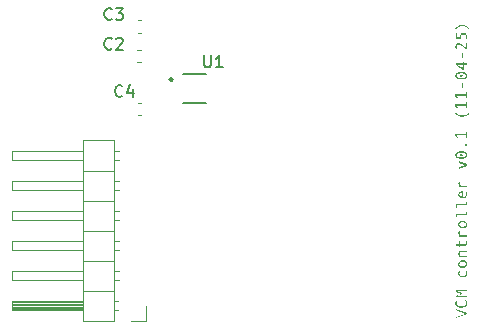
<source format=gbr>
%TF.GenerationSoftware,KiCad,Pcbnew,9.0.1+dfsg-1*%
%TF.CreationDate,2025-04-15T12:44:37+02:00*%
%TF.ProjectId,VCM-addon-pcb,56434d2d-6164-4646-9f6e-2d7063622e6b,rev?*%
%TF.SameCoordinates,Original*%
%TF.FileFunction,Legend,Top*%
%TF.FilePolarity,Positive*%
%FSLAX46Y46*%
G04 Gerber Fmt 4.6, Leading zero omitted, Abs format (unit mm)*
G04 Created by KiCad (PCBNEW 9.0.1+dfsg-1) date 2025-04-15 12:44:37*
%MOMM*%
%LPD*%
G01*
G04 APERTURE LIST*
%ADD10C,0.200000*%
%ADD11C,0.150000*%
%ADD12C,0.120000*%
%ADD13C,0.250000*%
G04 APERTURE END LIST*
D10*
G36*
X164035844Y-128420403D02*
G01*
X165005000Y-128735964D01*
X165005000Y-128873351D01*
X164035844Y-129189523D01*
X164035844Y-129067951D01*
X164860408Y-128804963D01*
X164035844Y-128540631D01*
X164035844Y-128420403D01*
G37*
G36*
X164945221Y-127649816D02*
G01*
X164977899Y-127708900D01*
X165001366Y-127772296D01*
X165015714Y-127840756D01*
X165020631Y-127915186D01*
X165014967Y-127990215D01*
X164998862Y-128054775D01*
X164973113Y-128110625D01*
X164937761Y-128159137D01*
X164892098Y-128201195D01*
X164840706Y-128234000D01*
X164779583Y-128260821D01*
X164707158Y-128281207D01*
X164621585Y-128294328D01*
X164520788Y-128299014D01*
X164401781Y-128292141D01*
X164302902Y-128273021D01*
X164220948Y-128243392D01*
X164153203Y-128204248D01*
X164106101Y-128163192D01*
X164069590Y-128115013D01*
X164042908Y-128058731D01*
X164026140Y-127992793D01*
X164020212Y-127915186D01*
X164024506Y-127845700D01*
X164037431Y-127776700D01*
X164058567Y-127712217D01*
X164083960Y-127664837D01*
X164177383Y-127703122D01*
X164146516Y-127770152D01*
X164128052Y-127840491D01*
X164121817Y-127915186D01*
X164128321Y-127979513D01*
X164146627Y-128032259D01*
X164176063Y-128075870D01*
X164217500Y-128111863D01*
X164265505Y-128137302D01*
X164329371Y-128157542D01*
X164412974Y-128171200D01*
X164520788Y-128176282D01*
X164630455Y-128170506D01*
X164716194Y-128154881D01*
X164782377Y-128131493D01*
X164832741Y-128101700D01*
X164870231Y-128066008D01*
X164896802Y-128024010D01*
X164913231Y-127974424D01*
X164919026Y-127915247D01*
X164912019Y-127842912D01*
X164890215Y-127766969D01*
X164851737Y-127686086D01*
X164945221Y-127649816D01*
G37*
G36*
X165005000Y-126812430D02*
G01*
X165005000Y-126924232D01*
X164174574Y-126922278D01*
X164575132Y-127066442D01*
X164575132Y-127175008D01*
X164174574Y-127319173D01*
X165005000Y-127317219D01*
X165005000Y-127429082D01*
X164035844Y-127429082D01*
X164035844Y-127280277D01*
X164473161Y-127120420D01*
X164035844Y-126961174D01*
X164035844Y-126812430D01*
X165005000Y-126812430D01*
G37*
G36*
X164976789Y-125171240D02*
G01*
X165000960Y-125235639D01*
X165015633Y-125304199D01*
X165020631Y-125377747D01*
X165013712Y-125461059D01*
X164994026Y-125532405D01*
X164962403Y-125593943D01*
X164918599Y-125647269D01*
X164864718Y-125690445D01*
X164802698Y-125721647D01*
X164730969Y-125741073D01*
X164647428Y-125747897D01*
X164563928Y-125741035D01*
X164492215Y-125721493D01*
X164430179Y-125690088D01*
X164376257Y-125646598D01*
X164332247Y-125592916D01*
X164300640Y-125531730D01*
X164281070Y-125461585D01*
X164274225Y-125380495D01*
X164277816Y-125309324D01*
X164288478Y-125240556D01*
X164306160Y-125173804D01*
X164403674Y-125202991D01*
X164379270Y-125299617D01*
X164371922Y-125379091D01*
X164376935Y-125436425D01*
X164391201Y-125485357D01*
X164414177Y-125527461D01*
X164446172Y-125563860D01*
X164484990Y-125592702D01*
X164530600Y-125613865D01*
X164584309Y-125627212D01*
X164647794Y-125631943D01*
X164705151Y-125627305D01*
X164756224Y-125613901D01*
X164802119Y-125592051D01*
X164843677Y-125561479D01*
X164878312Y-125523604D01*
X164902782Y-125481062D01*
X164917741Y-125432907D01*
X164922934Y-125377747D01*
X164919131Y-125318426D01*
X164907403Y-125256188D01*
X164887091Y-125190474D01*
X164976789Y-125171240D01*
G37*
G36*
X164729982Y-124291206D02*
G01*
X164801958Y-124308272D01*
X164863968Y-124335436D01*
X164917561Y-124372505D01*
X164962436Y-124419627D01*
X164994249Y-124473498D01*
X165013802Y-124535465D01*
X165020631Y-124607527D01*
X165013801Y-124680006D01*
X164994271Y-124742159D01*
X164962548Y-124796024D01*
X164917866Y-124842978D01*
X164864484Y-124879812D01*
X164802519Y-124906848D01*
X164730384Y-124923860D01*
X164646085Y-124929867D01*
X164562488Y-124923845D01*
X164490914Y-124906781D01*
X164429381Y-124879638D01*
X164376318Y-124842611D01*
X164331912Y-124795521D01*
X164300392Y-124741652D01*
X164281001Y-124679651D01*
X164274225Y-124607527D01*
X164371922Y-124607527D01*
X164376934Y-124654808D01*
X164391289Y-124695029D01*
X164414821Y-124729709D01*
X164448492Y-124759752D01*
X164502039Y-124788805D01*
X164567517Y-124807279D01*
X164647794Y-124813913D01*
X164723904Y-124807377D01*
X164788502Y-124788834D01*
X164843738Y-124759080D01*
X164878813Y-124728552D01*
X164903118Y-124693777D01*
X164917828Y-124653920D01*
X164922934Y-124607527D01*
X164917801Y-124561558D01*
X164902965Y-124521815D01*
X164878353Y-124486887D01*
X164842700Y-124455975D01*
X164786831Y-124425694D01*
X164722512Y-124406966D01*
X164647794Y-124400409D01*
X164568933Y-124407064D01*
X164503692Y-124425725D01*
X164449469Y-124455303D01*
X164415261Y-124485697D01*
X164391440Y-124520519D01*
X164376962Y-124560638D01*
X164371922Y-124607527D01*
X164274225Y-124607527D01*
X164281021Y-124535426D01*
X164300474Y-124473446D01*
X164332104Y-124419588D01*
X164376685Y-124372505D01*
X164429937Y-124335409D01*
X164491498Y-124308249D01*
X164562901Y-124291198D01*
X164646085Y-124285188D01*
X164729982Y-124291206D01*
G37*
G36*
X165005000Y-123490361D02*
G01*
X165005000Y-123600819D01*
X164549303Y-123600819D01*
X164486965Y-123604924D01*
X164443360Y-123615528D01*
X164413749Y-123630739D01*
X164391075Y-123653634D01*
X164377022Y-123684064D01*
X164371922Y-123724528D01*
X164378077Y-123769121D01*
X164397819Y-123817555D01*
X164434265Y-123871471D01*
X164491906Y-123932318D01*
X165005000Y-123932318D01*
X165005000Y-124042838D01*
X164289856Y-124042838D01*
X164289856Y-123932318D01*
X164392438Y-123932318D01*
X164338182Y-123872002D01*
X164301934Y-123812589D01*
X164281083Y-123753166D01*
X164274225Y-123692472D01*
X164279434Y-123637631D01*
X164293884Y-123593862D01*
X164316724Y-123558790D01*
X164348372Y-123530872D01*
X164390461Y-123509596D01*
X164445632Y-123495553D01*
X164517308Y-123490361D01*
X165005000Y-123490361D01*
G37*
G36*
X164968974Y-122643998D02*
G01*
X164998265Y-122718032D01*
X165015145Y-122788863D01*
X165020631Y-122857344D01*
X165014385Y-122919049D01*
X164997387Y-122965731D01*
X164970866Y-123000948D01*
X164934101Y-123026810D01*
X164884559Y-123043633D01*
X164818276Y-123049869D01*
X164387554Y-123049869D01*
X164387554Y-123186523D01*
X164289856Y-123186523D01*
X164289856Y-123049869D01*
X164094462Y-123049869D01*
X164094462Y-122942158D01*
X164289856Y-122942158D01*
X164289856Y-122700357D01*
X164387554Y-122700357D01*
X164387554Y-122942158D01*
X164789394Y-122942158D01*
X164831006Y-122938606D01*
X164863196Y-122928929D01*
X164888007Y-122914009D01*
X164907332Y-122893094D01*
X164918895Y-122868051D01*
X164922934Y-122837561D01*
X164918623Y-122780359D01*
X164905498Y-122722465D01*
X164883000Y-122663293D01*
X164968974Y-122643998D01*
G37*
G36*
X164310373Y-121800383D02*
G01*
X164415458Y-121844958D01*
X164393785Y-121914832D01*
X164387554Y-121967568D01*
X164393901Y-122013098D01*
X164413627Y-122058914D01*
X164444509Y-122100961D01*
X164488182Y-122141224D01*
X164532518Y-122173919D01*
X164541915Y-122178777D01*
X165005000Y-122178777D01*
X165005000Y-122288564D01*
X164289856Y-122288564D01*
X164289856Y-122178777D01*
X164428586Y-122178777D01*
X164369193Y-122140732D01*
X164326366Y-122100226D01*
X164297247Y-122057095D01*
X164280051Y-122010580D01*
X164274225Y-121959385D01*
X164278178Y-121906127D01*
X164290110Y-121853300D01*
X164310373Y-121800383D01*
G37*
G36*
X164729982Y-120934332D02*
G01*
X164801958Y-120951398D01*
X164863968Y-120978562D01*
X164917561Y-121015631D01*
X164962436Y-121062753D01*
X164994249Y-121116624D01*
X165013802Y-121178591D01*
X165020631Y-121250654D01*
X165013801Y-121323132D01*
X164994271Y-121385285D01*
X164962548Y-121439150D01*
X164917866Y-121486104D01*
X164864484Y-121522938D01*
X164802519Y-121549975D01*
X164730384Y-121566986D01*
X164646085Y-121572993D01*
X164562488Y-121566971D01*
X164490914Y-121549908D01*
X164429381Y-121522764D01*
X164376318Y-121485737D01*
X164331912Y-121438648D01*
X164300392Y-121384778D01*
X164281001Y-121322778D01*
X164274225Y-121250654D01*
X164371922Y-121250654D01*
X164376934Y-121297934D01*
X164391289Y-121338156D01*
X164414821Y-121372835D01*
X164448492Y-121402878D01*
X164502039Y-121431931D01*
X164567517Y-121450406D01*
X164647794Y-121457039D01*
X164723904Y-121450503D01*
X164788502Y-121431961D01*
X164843738Y-121402206D01*
X164878813Y-121371679D01*
X164903118Y-121336903D01*
X164917828Y-121297046D01*
X164922934Y-121250654D01*
X164917801Y-121204684D01*
X164902965Y-121164941D01*
X164878353Y-121130013D01*
X164842700Y-121099101D01*
X164786831Y-121068820D01*
X164722512Y-121050092D01*
X164647794Y-121043536D01*
X164568933Y-121050190D01*
X164503692Y-121068851D01*
X164449469Y-121098429D01*
X164415261Y-121128823D01*
X164391440Y-121163645D01*
X164376962Y-121203764D01*
X164371922Y-121250654D01*
X164274225Y-121250654D01*
X164281021Y-121178552D01*
X164300474Y-121116572D01*
X164332104Y-121062715D01*
X164376685Y-121015631D01*
X164429937Y-120978535D01*
X164491498Y-120951375D01*
X164562901Y-120934325D01*
X164646085Y-120928314D01*
X164729982Y-120934332D01*
G37*
G36*
X165005000Y-120185389D02*
G01*
X165005000Y-120480312D01*
X164133541Y-120480312D01*
X164133541Y-120666120D01*
X164035844Y-120666120D01*
X164035844Y-120369853D01*
X164907302Y-120369853D01*
X164907302Y-120185389D01*
X165005000Y-120185389D01*
G37*
G36*
X165005000Y-119346170D02*
G01*
X165005000Y-119641093D01*
X164133541Y-119641093D01*
X164133541Y-119826901D01*
X164035844Y-119826901D01*
X164035844Y-119530635D01*
X164907302Y-119530635D01*
X164907302Y-119346170D01*
X165005000Y-119346170D01*
G37*
G36*
X164653290Y-118922287D02*
G01*
X164710583Y-118917676D01*
X164761100Y-118904407D01*
X164806021Y-118882874D01*
X164846242Y-118852861D01*
X164880249Y-118815538D01*
X164903886Y-118775234D01*
X164918082Y-118731227D01*
X164922934Y-118682440D01*
X164919127Y-118618477D01*
X164907403Y-118551447D01*
X164887152Y-118480818D01*
X164976789Y-118461584D01*
X165000600Y-118527023D01*
X165015450Y-118600637D01*
X165020631Y-118683784D01*
X165013836Y-118762056D01*
X164994394Y-118829756D01*
X164962926Y-118888843D01*
X164918965Y-118940727D01*
X164865455Y-118982293D01*
X164803135Y-119012565D01*
X164730306Y-119031542D01*
X164644741Y-119038241D01*
X164560398Y-119032159D01*
X164488649Y-119014974D01*
X164427396Y-118987716D01*
X164374975Y-118950619D01*
X164330751Y-118903408D01*
X164299674Y-118850761D01*
X164280767Y-118791550D01*
X164274225Y-118724084D01*
X164274633Y-118719993D01*
X164371922Y-118719993D01*
X164378098Y-118772363D01*
X164395898Y-118816969D01*
X164425472Y-118855608D01*
X164464014Y-118885778D01*
X164509429Y-118905688D01*
X164563408Y-118915326D01*
X164563408Y-118553907D01*
X164512210Y-118559772D01*
X164467514Y-118576812D01*
X164427793Y-118605259D01*
X164395822Y-118642230D01*
X164377825Y-118680061D01*
X164371922Y-118719993D01*
X164274633Y-118719993D01*
X164280198Y-118664209D01*
X164297623Y-118610594D01*
X164326564Y-118561858D01*
X164368136Y-118517088D01*
X164417110Y-118481733D01*
X164474015Y-118455859D01*
X164540343Y-118439602D01*
X164617997Y-118433862D01*
X164653290Y-118433862D01*
X164653290Y-118922287D01*
G37*
G36*
X164310373Y-117604291D02*
G01*
X164415458Y-117648866D01*
X164393785Y-117718740D01*
X164387554Y-117771475D01*
X164393901Y-117817006D01*
X164413627Y-117862822D01*
X164444509Y-117904869D01*
X164488182Y-117945132D01*
X164532518Y-117977827D01*
X164541915Y-117982684D01*
X165005000Y-117982684D01*
X165005000Y-118092472D01*
X164289856Y-118092472D01*
X164289856Y-117982684D01*
X164428586Y-117982684D01*
X164369193Y-117944640D01*
X164326366Y-117904134D01*
X164297247Y-117861003D01*
X164280051Y-117814487D01*
X164274225Y-117763293D01*
X164278178Y-117710035D01*
X164290110Y-117657208D01*
X164310373Y-117604291D01*
G37*
G36*
X164289856Y-115904422D02*
G01*
X165005000Y-116175715D01*
X165005000Y-116275427D01*
X164289856Y-116545376D01*
X164289856Y-116425026D01*
X164848501Y-116224869D01*
X164289856Y-116024773D01*
X164289856Y-115904422D01*
G37*
G36*
X164548620Y-115279261D02*
G01*
X164574268Y-115289386D01*
X164597419Y-115306454D01*
X164615601Y-115328519D01*
X164626235Y-115352816D01*
X164629842Y-115380216D01*
X164626246Y-115407202D01*
X164615626Y-115431198D01*
X164597419Y-115453061D01*
X164574298Y-115469875D01*
X164548647Y-115479869D01*
X164519628Y-115483286D01*
X164491087Y-115479894D01*
X164466506Y-115470071D01*
X164444951Y-115453672D01*
X164428271Y-115432366D01*
X164418331Y-115408188D01*
X164414909Y-115380216D01*
X164418351Y-115352247D01*
X164428395Y-115327834D01*
X164445317Y-115306088D01*
X164467095Y-115289243D01*
X164491568Y-115279235D01*
X164519628Y-115275802D01*
X164548620Y-115279261D01*
G37*
G36*
X164637876Y-115063725D02*
G01*
X164735895Y-115080013D01*
X164817658Y-115105194D01*
X164885626Y-115138232D01*
X164935084Y-115174280D01*
X164972274Y-115215419D01*
X164998707Y-115262168D01*
X165014961Y-115315645D01*
X165020631Y-115377468D01*
X165015185Y-115437054D01*
X164999489Y-115489297D01*
X164973831Y-115535626D01*
X164937603Y-115577040D01*
X164889351Y-115614017D01*
X164823168Y-115647891D01*
X164741728Y-115673920D01*
X164642070Y-115690909D01*
X164520788Y-115697060D01*
X164403306Y-115691183D01*
X164305067Y-115674824D01*
X164223223Y-115649548D01*
X164155279Y-115616399D01*
X164105748Y-115580200D01*
X164068531Y-115539002D01*
X164042105Y-115492297D01*
X164025870Y-115438984D01*
X164020218Y-115377529D01*
X164121817Y-115377529D01*
X164127870Y-115423686D01*
X164145367Y-115462618D01*
X164174814Y-115496111D01*
X164218599Y-115524869D01*
X164266202Y-115543916D01*
X164329750Y-115559306D01*
X164412971Y-115569760D01*
X164520055Y-115573656D01*
X164628783Y-115569754D01*
X164712680Y-115559317D01*
X164776195Y-115544019D01*
X164823283Y-115525174D01*
X164866472Y-115496646D01*
X164895616Y-115463204D01*
X164912997Y-115424107D01*
X164919026Y-115377529D01*
X164913008Y-115330518D01*
X164895695Y-115291173D01*
X164866741Y-115257642D01*
X164823954Y-115229152D01*
X164777203Y-115210351D01*
X164713777Y-115195050D01*
X164629594Y-115184588D01*
X164520055Y-115180669D01*
X164410083Y-115184600D01*
X164325839Y-115195082D01*
X164262610Y-115210385D01*
X164216217Y-115229152D01*
X164173778Y-115257602D01*
X164145021Y-115291114D01*
X164127805Y-115330472D01*
X164121817Y-115377529D01*
X164020218Y-115377529D01*
X164020212Y-115377468D01*
X164025683Y-115317600D01*
X164041440Y-115265204D01*
X164067178Y-115218828D01*
X164103498Y-115177460D01*
X164151859Y-115140614D01*
X164218171Y-115106863D01*
X164299724Y-115080929D01*
X164399467Y-115064003D01*
X164520788Y-115057876D01*
X164637876Y-115063725D01*
G37*
G36*
X164844776Y-114540997D02*
G01*
X164851048Y-114506770D01*
X164869567Y-114478838D01*
X164897089Y-114460021D01*
X164930689Y-114453681D01*
X164965131Y-114460075D01*
X164994192Y-114479204D01*
X165014039Y-114507425D01*
X165020631Y-114540997D01*
X165014058Y-114573992D01*
X164994192Y-114601875D01*
X164965164Y-114620670D01*
X164930689Y-114626971D01*
X164896534Y-114620672D01*
X164869200Y-114602180D01*
X164850948Y-114574623D01*
X164844776Y-114540997D01*
G37*
G36*
X165005000Y-113419740D02*
G01*
X165005000Y-113930512D01*
X164903394Y-113930512D01*
X164903394Y-113726264D01*
X164160347Y-113726264D01*
X164255907Y-113918911D01*
X164136045Y-113918911D01*
X164031936Y-113709106D01*
X164031936Y-113610310D01*
X164903394Y-113610310D01*
X164903394Y-113419740D01*
X165005000Y-113419740D01*
G37*
G36*
X165147210Y-111781603D02*
G01*
X165209003Y-111825505D01*
X165146708Y-111899587D01*
X165080953Y-111962828D01*
X165011586Y-112016063D01*
X164938321Y-112059918D01*
X164859952Y-112095148D01*
X164780109Y-112120070D01*
X164698270Y-112135013D01*
X164613845Y-112140029D01*
X164528700Y-112135028D01*
X164446588Y-112120166D01*
X164366906Y-112095445D01*
X164289124Y-112060589D01*
X164216447Y-112017080D01*
X164147437Y-111963892D01*
X164081808Y-111900336D01*
X164019419Y-111825505D01*
X164081212Y-111781603D01*
X164160838Y-111860547D01*
X164239155Y-111920024D01*
X164316723Y-111962526D01*
X164400101Y-111991920D01*
X164497856Y-112010644D01*
X164612501Y-112017297D01*
X164731261Y-112010322D01*
X164830913Y-111990828D01*
X164914446Y-111960450D01*
X164992225Y-111916934D01*
X165069662Y-111857979D01*
X165147210Y-111781603D01*
G37*
G36*
X165005000Y-110902084D02*
G01*
X165005000Y-111412857D01*
X164903394Y-111412857D01*
X164903394Y-111208609D01*
X164160347Y-111208609D01*
X164255907Y-111401256D01*
X164136045Y-111401256D01*
X164031936Y-111191451D01*
X164031936Y-111092655D01*
X164903394Y-111092655D01*
X164903394Y-110902084D01*
X165005000Y-110902084D01*
G37*
G36*
X165005000Y-110062866D02*
G01*
X165005000Y-110573639D01*
X164903394Y-110573639D01*
X164903394Y-110369391D01*
X164160347Y-110369391D01*
X164255907Y-110562037D01*
X164136045Y-110562037D01*
X164031936Y-110352233D01*
X164031936Y-110253436D01*
X164903394Y-110253436D01*
X164903394Y-110062866D01*
X165005000Y-110062866D01*
G37*
G36*
X164672829Y-109303576D02*
G01*
X164672829Y-109713232D01*
X164563408Y-109713232D01*
X164563408Y-109303576D01*
X164672829Y-109303576D01*
G37*
G36*
X164548620Y-108565513D02*
G01*
X164574268Y-108575639D01*
X164597419Y-108592707D01*
X164615601Y-108614771D01*
X164626235Y-108639069D01*
X164629842Y-108666468D01*
X164626246Y-108693455D01*
X164615626Y-108717450D01*
X164597419Y-108739314D01*
X164574298Y-108756128D01*
X164548647Y-108766122D01*
X164519628Y-108769539D01*
X164491087Y-108766147D01*
X164466506Y-108756324D01*
X164444951Y-108739924D01*
X164428271Y-108718618D01*
X164418331Y-108694440D01*
X164414909Y-108666468D01*
X164418351Y-108638500D01*
X164428395Y-108614087D01*
X164445317Y-108592341D01*
X164467095Y-108575496D01*
X164491568Y-108565488D01*
X164519628Y-108562055D01*
X164548620Y-108565513D01*
G37*
G36*
X164637876Y-108349978D02*
G01*
X164735895Y-108366265D01*
X164817658Y-108391446D01*
X164885626Y-108424485D01*
X164935084Y-108460533D01*
X164972274Y-108501672D01*
X164998707Y-108548420D01*
X165014961Y-108601897D01*
X165020631Y-108663721D01*
X165015185Y-108723307D01*
X164999489Y-108775550D01*
X164973831Y-108821879D01*
X164937603Y-108863293D01*
X164889351Y-108900270D01*
X164823168Y-108934144D01*
X164741728Y-108960173D01*
X164642070Y-108977161D01*
X164520788Y-108983312D01*
X164403306Y-108977435D01*
X164305067Y-108961077D01*
X164223223Y-108935800D01*
X164155279Y-108902651D01*
X164105748Y-108866452D01*
X164068531Y-108825255D01*
X164042105Y-108778550D01*
X164025870Y-108725237D01*
X164020218Y-108663782D01*
X164121817Y-108663782D01*
X164127870Y-108709939D01*
X164145367Y-108748871D01*
X164174814Y-108782363D01*
X164218599Y-108811121D01*
X164266202Y-108830169D01*
X164329750Y-108845558D01*
X164412971Y-108856013D01*
X164520055Y-108859909D01*
X164628783Y-108856007D01*
X164712680Y-108845570D01*
X164776195Y-108830271D01*
X164823283Y-108811427D01*
X164866472Y-108782899D01*
X164895616Y-108749457D01*
X164912997Y-108710359D01*
X164919026Y-108663782D01*
X164913008Y-108616771D01*
X164895695Y-108577426D01*
X164866741Y-108543894D01*
X164823954Y-108515404D01*
X164777203Y-108496603D01*
X164713777Y-108481302D01*
X164629594Y-108470840D01*
X164520055Y-108466922D01*
X164410083Y-108470853D01*
X164325839Y-108481335D01*
X164262610Y-108496637D01*
X164216217Y-108515404D01*
X164173778Y-108543855D01*
X164145021Y-108577367D01*
X164127805Y-108616725D01*
X164121817Y-108663782D01*
X164020218Y-108663782D01*
X164020212Y-108663721D01*
X164025683Y-108603853D01*
X164041440Y-108551457D01*
X164067178Y-108505081D01*
X164103498Y-108463712D01*
X164151859Y-108426866D01*
X164218171Y-108393116D01*
X164299724Y-108367181D01*
X164399467Y-108350256D01*
X164520788Y-108344129D01*
X164637876Y-108349978D01*
G37*
G36*
X164782250Y-107626482D02*
G01*
X165005000Y-107626482D01*
X165005000Y-107742437D01*
X164782250Y-107742437D01*
X164782250Y-108161863D01*
X164694323Y-108161863D01*
X164035844Y-107780539D01*
X164035844Y-107742437D01*
X164155828Y-107742437D01*
X164680645Y-108043161D01*
X164680645Y-107742437D01*
X164155828Y-107742437D01*
X164035844Y-107742437D01*
X164035844Y-107626482D01*
X164680645Y-107626482D01*
X164680645Y-107507658D01*
X164782250Y-107507658D01*
X164782250Y-107626482D01*
G37*
G36*
X164672829Y-106785921D02*
G01*
X164672829Y-107195577D01*
X164563408Y-107195577D01*
X164563408Y-106785921D01*
X164672829Y-106785921D01*
G37*
G36*
X165005000Y-105892053D02*
G01*
X165005000Y-106426090D01*
X164921041Y-106426090D01*
X164713248Y-106242413D01*
X164619584Y-106164078D01*
X164540877Y-106109360D01*
X164459666Y-106066625D01*
X164402979Y-106045531D01*
X164347657Y-106033231D01*
X164293154Y-106029195D01*
X164242131Y-106034969D01*
X164201055Y-106051197D01*
X164167674Y-106077494D01*
X164143056Y-106112300D01*
X164127464Y-106156580D01*
X164121817Y-106213049D01*
X164125697Y-106257433D01*
X164139192Y-106317199D01*
X164165537Y-106396292D01*
X164063932Y-106412657D01*
X164039599Y-106341616D01*
X164025075Y-106269133D01*
X164020212Y-106194609D01*
X164025201Y-106130235D01*
X164039395Y-106074848D01*
X164062128Y-106026908D01*
X164093424Y-105985232D01*
X164132506Y-105950841D01*
X164177266Y-105926250D01*
X164228823Y-105911051D01*
X164288757Y-105905730D01*
X164345940Y-105910154D01*
X164403278Y-105923576D01*
X164461376Y-105946519D01*
X164544527Y-105992610D01*
X164625446Y-106050933D01*
X164718209Y-106129832D01*
X164903394Y-106295359D01*
X164903394Y-105892053D01*
X165005000Y-105892053D01*
G37*
G36*
X164422969Y-105426526D02*
G01*
X164413973Y-105382021D01*
X164411001Y-105337622D01*
X164416735Y-105269836D01*
X164433008Y-105212191D01*
X164459109Y-105162820D01*
X164495265Y-105120368D01*
X164539659Y-105085646D01*
X164588773Y-105060930D01*
X164643546Y-105045797D01*
X164705252Y-105040561D01*
X164769411Y-105046500D01*
X164827265Y-105063827D01*
X164880126Y-105092497D01*
X164928918Y-105133374D01*
X164969229Y-105182589D01*
X164997577Y-105235996D01*
X165014742Y-105294526D01*
X165020631Y-105359481D01*
X165015741Y-105443386D01*
X165002055Y-105514044D01*
X164980697Y-105573499D01*
X164879214Y-105550113D01*
X164901472Y-105486027D01*
X164914648Y-105421744D01*
X164919026Y-105356734D01*
X164912478Y-105300949D01*
X164893812Y-105254675D01*
X164863094Y-105215744D01*
X164822660Y-105186816D01*
X164771443Y-105168551D01*
X164706352Y-105161950D01*
X164644826Y-105168214D01*
X164597061Y-105185453D01*
X164559928Y-105212630D01*
X164531737Y-105249145D01*
X164514661Y-105291997D01*
X164508698Y-105343056D01*
X164514509Y-105400813D01*
X164532329Y-105459255D01*
X164500027Y-105528070D01*
X164035844Y-105528070D01*
X164035844Y-105083548D01*
X164137449Y-105083548D01*
X164137449Y-105426526D01*
X164422969Y-105426526D01*
G37*
G36*
X164019419Y-104659359D02*
G01*
X164081773Y-104584867D01*
X164147389Y-104521522D01*
X164216412Y-104468440D01*
X164289124Y-104424947D01*
X164366909Y-104390064D01*
X164446591Y-104365323D01*
X164528702Y-104350450D01*
X164613845Y-104345446D01*
X164698280Y-104350445D01*
X164780125Y-104365333D01*
X164859965Y-104390161D01*
X164938321Y-104425252D01*
X165011571Y-104468943D01*
X165080932Y-104522066D01*
X165146691Y-104585257D01*
X165209003Y-104659359D01*
X165147210Y-104703872D01*
X165068409Y-104625205D01*
X164989861Y-104565722D01*
X164911027Y-104523072D01*
X164826297Y-104493600D01*
X164727584Y-104474875D01*
X164612501Y-104468239D01*
X164521418Y-104472216D01*
X164441927Y-104483484D01*
X164372629Y-104501207D01*
X164312266Y-104524781D01*
X164235635Y-104567989D01*
X164158774Y-104626973D01*
X164081212Y-104703872D01*
X164019419Y-104659359D01*
G37*
D11*
X135833333Y-110359580D02*
X135785714Y-110407200D01*
X135785714Y-110407200D02*
X135642857Y-110454819D01*
X135642857Y-110454819D02*
X135547619Y-110454819D01*
X135547619Y-110454819D02*
X135404762Y-110407200D01*
X135404762Y-110407200D02*
X135309524Y-110311961D01*
X135309524Y-110311961D02*
X135261905Y-110216723D01*
X135261905Y-110216723D02*
X135214286Y-110026247D01*
X135214286Y-110026247D02*
X135214286Y-109883390D01*
X135214286Y-109883390D02*
X135261905Y-109692914D01*
X135261905Y-109692914D02*
X135309524Y-109597676D01*
X135309524Y-109597676D02*
X135404762Y-109502438D01*
X135404762Y-109502438D02*
X135547619Y-109454819D01*
X135547619Y-109454819D02*
X135642857Y-109454819D01*
X135642857Y-109454819D02*
X135785714Y-109502438D01*
X135785714Y-109502438D02*
X135833333Y-109550057D01*
X136690476Y-109788152D02*
X136690476Y-110454819D01*
X136452381Y-109407200D02*
X136214286Y-110121485D01*
X136214286Y-110121485D02*
X136833333Y-110121485D01*
X134933333Y-103859580D02*
X134885714Y-103907200D01*
X134885714Y-103907200D02*
X134742857Y-103954819D01*
X134742857Y-103954819D02*
X134647619Y-103954819D01*
X134647619Y-103954819D02*
X134504762Y-103907200D01*
X134504762Y-103907200D02*
X134409524Y-103811961D01*
X134409524Y-103811961D02*
X134361905Y-103716723D01*
X134361905Y-103716723D02*
X134314286Y-103526247D01*
X134314286Y-103526247D02*
X134314286Y-103383390D01*
X134314286Y-103383390D02*
X134361905Y-103192914D01*
X134361905Y-103192914D02*
X134409524Y-103097676D01*
X134409524Y-103097676D02*
X134504762Y-103002438D01*
X134504762Y-103002438D02*
X134647619Y-102954819D01*
X134647619Y-102954819D02*
X134742857Y-102954819D01*
X134742857Y-102954819D02*
X134885714Y-103002438D01*
X134885714Y-103002438D02*
X134933333Y-103050057D01*
X135266667Y-102954819D02*
X135885714Y-102954819D01*
X135885714Y-102954819D02*
X135552381Y-103335771D01*
X135552381Y-103335771D02*
X135695238Y-103335771D01*
X135695238Y-103335771D02*
X135790476Y-103383390D01*
X135790476Y-103383390D02*
X135838095Y-103431009D01*
X135838095Y-103431009D02*
X135885714Y-103526247D01*
X135885714Y-103526247D02*
X135885714Y-103764342D01*
X135885714Y-103764342D02*
X135838095Y-103859580D01*
X135838095Y-103859580D02*
X135790476Y-103907200D01*
X135790476Y-103907200D02*
X135695238Y-103954819D01*
X135695238Y-103954819D02*
X135409524Y-103954819D01*
X135409524Y-103954819D02*
X135314286Y-103907200D01*
X135314286Y-103907200D02*
X135266667Y-103859580D01*
X142738095Y-106954819D02*
X142738095Y-107764342D01*
X142738095Y-107764342D02*
X142785714Y-107859580D01*
X142785714Y-107859580D02*
X142833333Y-107907200D01*
X142833333Y-107907200D02*
X142928571Y-107954819D01*
X142928571Y-107954819D02*
X143119047Y-107954819D01*
X143119047Y-107954819D02*
X143214285Y-107907200D01*
X143214285Y-107907200D02*
X143261904Y-107859580D01*
X143261904Y-107859580D02*
X143309523Y-107764342D01*
X143309523Y-107764342D02*
X143309523Y-106954819D01*
X144309523Y-107954819D02*
X143738095Y-107954819D01*
X144023809Y-107954819D02*
X144023809Y-106954819D01*
X144023809Y-106954819D02*
X143928571Y-107097676D01*
X143928571Y-107097676D02*
X143833333Y-107192914D01*
X143833333Y-107192914D02*
X143738095Y-107240533D01*
X134933333Y-106359580D02*
X134885714Y-106407200D01*
X134885714Y-106407200D02*
X134742857Y-106454819D01*
X134742857Y-106454819D02*
X134647619Y-106454819D01*
X134647619Y-106454819D02*
X134504762Y-106407200D01*
X134504762Y-106407200D02*
X134409524Y-106311961D01*
X134409524Y-106311961D02*
X134361905Y-106216723D01*
X134361905Y-106216723D02*
X134314286Y-106026247D01*
X134314286Y-106026247D02*
X134314286Y-105883390D01*
X134314286Y-105883390D02*
X134361905Y-105692914D01*
X134361905Y-105692914D02*
X134409524Y-105597676D01*
X134409524Y-105597676D02*
X134504762Y-105502438D01*
X134504762Y-105502438D02*
X134647619Y-105454819D01*
X134647619Y-105454819D02*
X134742857Y-105454819D01*
X134742857Y-105454819D02*
X134885714Y-105502438D01*
X134885714Y-105502438D02*
X134933333Y-105550057D01*
X135314286Y-105550057D02*
X135361905Y-105502438D01*
X135361905Y-105502438D02*
X135457143Y-105454819D01*
X135457143Y-105454819D02*
X135695238Y-105454819D01*
X135695238Y-105454819D02*
X135790476Y-105502438D01*
X135790476Y-105502438D02*
X135838095Y-105550057D01*
X135838095Y-105550057D02*
X135885714Y-105645295D01*
X135885714Y-105645295D02*
X135885714Y-105740533D01*
X135885714Y-105740533D02*
X135838095Y-105883390D01*
X135838095Y-105883390D02*
X135266667Y-106454819D01*
X135266667Y-106454819D02*
X135885714Y-106454819D01*
D12*
%TO.C,C4*%
X137415580Y-110990000D02*
X137134420Y-110990000D01*
X137415580Y-112010000D02*
X137134420Y-112010000D01*
%TO.C,C3*%
X137134420Y-103990000D02*
X137415580Y-103990000D01*
X137134420Y-105010000D02*
X137415580Y-105010000D01*
D11*
%TO.C,U1*%
X140946966Y-108496598D02*
X142946968Y-108496598D01*
X140946966Y-111003400D02*
X142946968Y-111003400D01*
D13*
X140071967Y-108999998D02*
G75*
G02*
X139821965Y-108999998I-125001J0D01*
G01*
X139821965Y-108999998D02*
G75*
G02*
X140071967Y-108999998I125001J0D01*
G01*
D12*
%TO.C,C2*%
X137084420Y-106490000D02*
X137365580Y-106490000D01*
X137084420Y-107510000D02*
X137365580Y-107510000D01*
%TO.C,.54mm_Haaks*%
X126500000Y-115060000D02*
X132500000Y-115060000D01*
X126500000Y-115820000D02*
X126500000Y-115060000D01*
X126500000Y-117600000D02*
X132500000Y-117600000D01*
X126500000Y-118360000D02*
X126500000Y-117600000D01*
X126500000Y-120140000D02*
X132500000Y-120140000D01*
X126500000Y-120900000D02*
X126500000Y-120140000D01*
X126500000Y-122680000D02*
X132500000Y-122680000D01*
X126500000Y-123440000D02*
X126500000Y-122680000D01*
X126500000Y-125220000D02*
X132500000Y-125220000D01*
X126500000Y-125980000D02*
X126500000Y-125220000D01*
X126500000Y-127760000D02*
X132500000Y-127760000D01*
X126500000Y-128520000D02*
X126500000Y-127760000D01*
X132500000Y-114110000D02*
X132500000Y-129470000D01*
X132500000Y-115820000D02*
X126500000Y-115820000D01*
X132500000Y-118360000D02*
X126500000Y-118360000D01*
X132500000Y-120900000D02*
X126500000Y-120900000D01*
X132500000Y-123440000D02*
X126500000Y-123440000D01*
X132500000Y-125980000D02*
X126500000Y-125980000D01*
X132500000Y-127860000D02*
X126500000Y-127860000D01*
X132500000Y-127980000D02*
X126500000Y-127980000D01*
X132500000Y-128100000D02*
X126500000Y-128100000D01*
X132500000Y-128220000D02*
X126500000Y-128220000D01*
X132500000Y-128340000D02*
X126500000Y-128340000D01*
X132500000Y-128460000D02*
X126500000Y-128460000D01*
X132500000Y-128520000D02*
X126500000Y-128520000D01*
X132500000Y-129470000D02*
X135160000Y-129470000D01*
X135160000Y-114110000D02*
X132500000Y-114110000D01*
X135160000Y-116710000D02*
X132500000Y-116710000D01*
X135160000Y-119250000D02*
X132500000Y-119250000D01*
X135160000Y-121790000D02*
X132500000Y-121790000D01*
X135160000Y-124330000D02*
X132500000Y-124330000D01*
X135160000Y-126870000D02*
X132500000Y-126870000D01*
X135160000Y-129470000D02*
X135160000Y-114110000D01*
X135490000Y-127760000D02*
X135160000Y-127760000D01*
X135490000Y-128520000D02*
X135160000Y-128520000D01*
X135557071Y-115060000D02*
X135160000Y-115060000D01*
X135557071Y-115820000D02*
X135160000Y-115820000D01*
X135557071Y-117600000D02*
X135160000Y-117600000D01*
X135557071Y-118360000D02*
X135160000Y-118360000D01*
X135557071Y-120140000D02*
X135160000Y-120140000D01*
X135557071Y-120900000D02*
X135160000Y-120900000D01*
X135557071Y-122680000D02*
X135160000Y-122680000D01*
X135557071Y-123440000D02*
X135160000Y-123440000D01*
X135557071Y-125220000D02*
X135160000Y-125220000D01*
X135557071Y-125980000D02*
X135160000Y-125980000D01*
X137870000Y-128140000D02*
X137870000Y-129410000D01*
X137870000Y-129410000D02*
X136600000Y-129410000D01*
%TD*%
M02*

</source>
